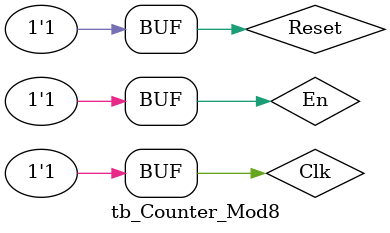
<source format=v>
`timescale 1ns/1ns

module Counter_Mod8(Clk, En, Reset, Out);

input Clk, En, Reset;
output [2:0] Out;

wire Tff2In;

T_FlipFlop TFF0(.Clk(Clk), .En(En), .Reset(Reset), .T(1'b1), .Q(Out[0]));
T_FlipFlop TFF1(.Clk(Clk), .En(En), .Reset(Reset), .T(Out[0]), .Q(Out[1]));
AND2_1bit TFF2IN(.A(Out[0]), .B(Out[1]), .Out(Tff2In));
T_FlipFlop TFF2(.Clk(Clk), .En(En), .Reset(Reset), .T(Tff2In), .Q(Out[2]));

endmodule



module tb_Counter_Mod8();

reg Clk, En, Reset;
wire [2:0] Out;

Counter_Mod8 COUNTER(.Clk(Clk), .En(En), .Reset(Reset), .Out(Out));

always begin
	#200 Clk = 1'b0;
	#200 Clk = 1'b1;
end

initial begin
	Clk = 1'b1;
	En = 1'b0; Reset = 1'b0;
	#100;
	En = 1'b1; Reset = 1'b1;
end
endmodule

</source>
